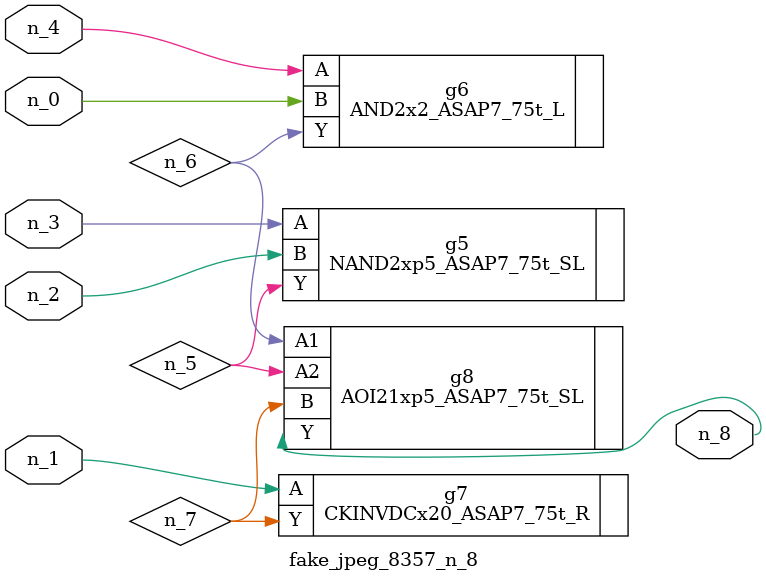
<source format=v>
module fake_jpeg_8357_n_8 (n_3, n_2, n_1, n_0, n_4, n_8);

input n_3;
input n_2;
input n_1;
input n_0;
input n_4;

output n_8;

wire n_6;
wire n_5;
wire n_7;

NAND2xp5_ASAP7_75t_SL g5 ( 
.A(n_3),
.B(n_2),
.Y(n_5)
);

AND2x2_ASAP7_75t_L g6 ( 
.A(n_4),
.B(n_0),
.Y(n_6)
);

CKINVDCx20_ASAP7_75t_R g7 ( 
.A(n_1),
.Y(n_7)
);

AOI21xp5_ASAP7_75t_SL g8 ( 
.A1(n_6),
.A2(n_5),
.B(n_7),
.Y(n_8)
);


endmodule
</source>
